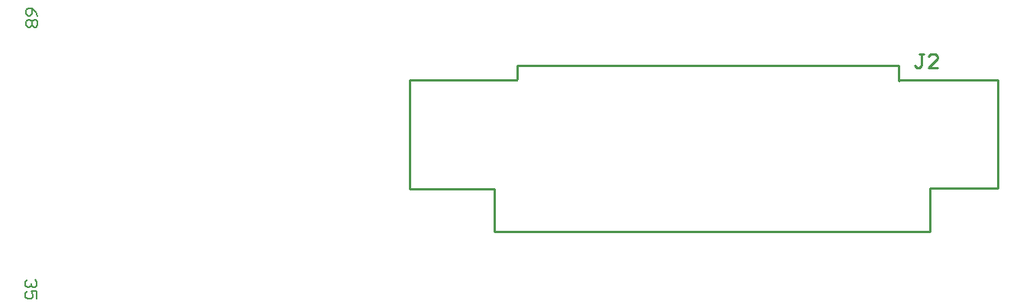
<source format=gto>
%FSLAX23Y23*%
%MOIN*%
G70*
G01*
G75*
G04 Layer_Color=65535*
%ADD10R,0.118X0.018*%
%ADD11C,0.010*%
%ADD12C,0.050*%
%ADD13R,0.050X0.050*%
%ADD14C,0.090*%
%ADD15C,0.024*%
%ADD16R,0.118X0.018*%
%ADD17C,0.008*%
D11*
X11656Y10416D02*
Y10537D01*
X12017D01*
X12124D01*
X12127Y10540D01*
Y10601D01*
X13793D01*
Y10534D02*
Y10601D01*
X14226Y10416D02*
Y10537D01*
X13796D02*
X14226D01*
X13793Y10534D02*
X13796Y10537D01*
X14226Y10064D02*
Y10416D01*
X13930Y10064D02*
X14226D01*
X13930Y9875D02*
Y10064D01*
X12029Y9875D02*
X13930D01*
X12029D02*
Y10061D01*
X11656D02*
X12029D01*
X11656Y10184D02*
Y10416D01*
Y10061D02*
Y10184D01*
X13904Y10651D02*
X13884D01*
X13894D01*
Y10601D01*
X13884Y10591D01*
X13874D01*
X13864Y10601D01*
X13964Y10591D02*
X13924D01*
X13964Y10631D01*
Y10641D01*
X13954Y10651D01*
X13934D01*
X13924Y10641D01*
D17*
X10032Y10818D02*
X10024Y10835D01*
X10007Y10852D01*
X9991D01*
X9982Y10843D01*
Y10827D01*
X9991Y10818D01*
X9999D01*
X10007Y10827D01*
Y10852D01*
X10024Y10802D02*
X10032Y10793D01*
Y10777D01*
X10024Y10768D01*
X10016D01*
X10007Y10777D01*
X9999Y10768D01*
X9991D01*
X9982Y10777D01*
Y10793D01*
X9991Y10802D01*
X9999D01*
X10007Y10793D01*
X10016Y10802D01*
X10024D01*
X10007Y10793D02*
Y10777D01*
X10020Y9663D02*
X10028Y9654D01*
Y9638D01*
X10020Y9629D01*
X10012D01*
X10003Y9638D01*
Y9646D01*
Y9638D01*
X9995Y9629D01*
X9987D01*
X9978Y9638D01*
Y9654D01*
X9987Y9663D01*
X10028Y9580D02*
Y9613D01*
X10003D01*
X10012Y9596D01*
Y9588D01*
X10003Y9580D01*
X9987D01*
X9978Y9588D01*
Y9605D01*
X9987Y9613D01*
M02*

</source>
